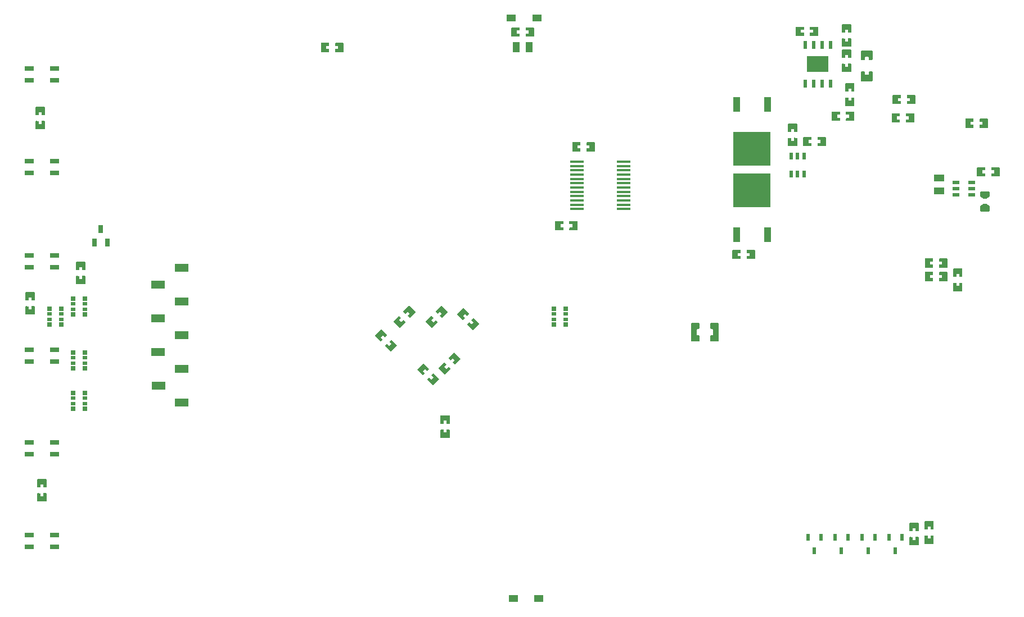
<source format=gbp>
G04 Layer: BottomPasteMaskLayer*
G04 EasyEDA Pro v2.2.40.8, 2025-09-21 19:38:57*
G04 Gerber Generator version 0.3*
G04 Scale: 100 percent, Rotated: No, Reflected: No*
G04 Dimensions in millimeters*
G04 Leading zeros omitted, absolute positions, 4 integers and 5 decimals*
G04 Generated by one-click*
%FSLAX45Y45*%
%MOMM*%
%ADD10O,2.08201X0.36401*%
%ADD11R,1.07201X0.532*%
%ADD12R,0.6X1.2*%
%ADD13R,3.29999X2.4*%
%ADD14R,1.55001X1.0*%
%ADD15R,0.6X1.1*%
%ADD16R,0.6X1.07*%
%ADD17R,5.5569X5.20431*%
%ADD18R,5.55361X5.20431*%
%ADD19R,1.06401X2.21831*%
%ADD20R,0.7X1.25001*%
%ADD21R,0.8X0.65001*%
%ADD22R,0.8X0.5*%
%ADD23R,1.443X0.7*%
%ADD24R,2.0X1.2*%
%ADD25R,1.0X1.55001*%
%ADD26R,1.443X1.1*%
G75*


G04 PolygonModel Start*
G36*
G01X6568303Y5729204D02*
G01X6568303Y5857202D01*
G01X6563302Y5862203D01*
G01X6448301Y5862203D01*
G01X6443302Y5857202D01*
G01X6442799Y5816199D01*
G01X6487800Y5816199D01*
G01X6487800Y5771200D01*
G01X6443800Y5771200D01*
G01X6443302Y5729204D01*
G01X6448301Y5724202D01*
G01X6563302Y5724202D01*
G01X6568303Y5729204D01*
G37*
G36*
G01X6353302Y5729204D02*
G01X6353299Y5771200D01*
G01X6308801Y5771200D01*
G01X6308801Y5816199D01*
G01X6352799Y5816199D01*
G01X6353302Y5857202D01*
G01X6348301Y5862203D01*
G01X6233302Y5862203D01*
G01X6228301Y5857202D01*
G01X6228301Y5729204D01*
G01X6233302Y5724202D01*
G01X6348301Y5724202D01*
G01X6353302Y5729204D01*
G37*
G36*
G01X6487297Y7046996D02*
G01X6487297Y6918998D01*
G01X6492298Y6913997D01*
G01X6607299Y6913997D01*
G01X6612298Y6918998D01*
G01X6612801Y6960001D01*
G01X6567800Y6960001D01*
G01X6567800Y7005000D01*
G01X6611800Y7005000D01*
G01X6612298Y7046996D01*
G01X6607299Y7051998D01*
G01X6492298Y7051998D01*
G01X6487297Y7046996D01*
G37*
G36*
G01X6702298Y7046996D02*
G01X6702301Y7005000D01*
G01X6746799Y7005000D01*
G01X6746799Y6960001D01*
G01X6702801Y6960001D01*
G01X6702298Y6918998D01*
G01X6707299Y6913997D01*
G01X6822298Y6913997D01*
G01X6827299Y6918998D01*
G01X6827299Y7046996D01*
G01X6822298Y7051998D01*
G01X6707299Y7051998D01*
G01X6702298Y7046996D01*
G37*
G36*
G01X3610940Y4227426D02*
G01X3519029Y4138343D01*
G01X3518918Y4131271D01*
G01X3598956Y4048692D01*
G01X3606026Y4048584D01*
G01X3635819Y4076760D01*
G01X3604500Y4109074D01*
G01X3636812Y4140391D01*
G01X3667435Y4108796D01*
G01X3697938Y4137667D01*
G01X3698050Y4144737D01*
G01X3618012Y4227316D01*
G01X3610940Y4227426D01*
G37*
G36*
G01X3760575Y4073041D02*
G01X3730420Y4043811D01*
G01X3761390Y4011858D01*
G01X3729078Y3980540D01*
G01X3698456Y4012134D01*
G01X3668663Y3983958D01*
G01X3668553Y3976886D01*
G01X3748589Y3894309D01*
G01X3755661Y3894198D01*
G01X3847572Y3983281D01*
G01X3847683Y3990353D01*
G01X3767647Y4072930D01*
G01X3760575Y4073041D01*
G37*
G36*
G01X4124680Y4494204D02*
G01X4034172Y4584713D01*
G01X4027099Y4584713D01*
G01X3945781Y4503395D01*
G01X3945783Y4496324D01*
G01X3974421Y4466974D01*
G01X4006242Y4498795D01*
G01X4038060Y4466976D01*
G01X4006947Y4435863D01*
G01X4036291Y4405815D01*
G01X4043362Y4405814D01*
G01X4124680Y4487132D01*
G01X4124680Y4494204D01*
G37*
G36*
G01X3972652Y4342176D02*
G01X3942954Y4371870D01*
G01X3911489Y4340405D01*
G01X3879670Y4372224D01*
G01X3910781Y4403335D01*
G01X3882143Y4432684D01*
G01X3875071Y4432684D01*
G01X3793754Y4351368D01*
G01X3793754Y4344295D01*
G01X3884263Y4253787D01*
G01X3891336Y4253787D01*
G01X3972652Y4335103D01*
G01X3972652Y4342176D01*
G37*
G36*
G01X4995854Y4219220D02*
G01X5086363Y4309728D01*
G01X5086363Y4316801D01*
G01X5005045Y4398119D01*
G01X4997974Y4398117D01*
G01X4968624Y4369479D01*
G01X5000445Y4337658D01*
G01X4968626Y4305840D01*
G01X4937513Y4336953D01*
G01X4907465Y4307609D01*
G01X4907464Y4300538D01*
G01X4988782Y4219220D01*
G01X4995854Y4219220D01*
G37*
G36*
G01X4843826Y4371248D02*
G01X4873520Y4400946D01*
G01X4842055Y4432411D01*
G01X4873874Y4464230D01*
G01X4904985Y4433119D01*
G01X4934334Y4461757D01*
G01X4934334Y4468829D01*
G01X4853018Y4550146D01*
G01X4845945Y4550146D01*
G01X4755437Y4459637D01*
G01X4755437Y4452564D01*
G01X4836753Y4371248D01*
G01X4843826Y4371248D01*
G37*
G36*
G01X4243396Y3718280D02*
G01X4152887Y3627772D01*
G01X4152887Y3620699D01*
G01X4234205Y3539381D01*
G01X4241276Y3539383D01*
G01X4270626Y3568021D01*
G01X4238805Y3599842D01*
G01X4270624Y3631660D01*
G01X4301737Y3600547D01*
G01X4331785Y3629891D01*
G01X4331786Y3636962D01*
G01X4250468Y3718280D01*
G01X4243396Y3718280D01*
G37*
G36*
G01X4395424Y3566252D02*
G01X4365730Y3536554D01*
G01X4397195Y3505089D01*
G01X4365376Y3473270D01*
G01X4334265Y3504381D01*
G01X4304916Y3475743D01*
G01X4304916Y3468671D01*
G01X4386232Y3387354D01*
G01X4393305Y3387354D01*
G01X4483813Y3477863D01*
G01X4483813Y3484936D01*
G01X4402497Y3566252D01*
G01X4395424Y3566252D01*
G37*
G36*
G01X12722024Y6195499D02*
G01X12677963Y6195499D01*
G01X12631148Y6234006D01*
G01X12631148Y6302753D01*
G01X12641148Y6312753D01*
G01X12758844Y6312753D01*
G01X12768844Y6302753D01*
G01X12768844Y6234006D01*
G01X12722024Y6195499D01*
G37*
G36*
G01X12722024Y6123501D02*
G01X12677963Y6123501D01*
G01X12631148Y6084994D01*
G01X12631148Y6016247D01*
G01X12641148Y6006247D01*
G01X12758844Y6006247D01*
G01X12768844Y6016247D01*
G01X12768844Y6084994D01*
G01X12722024Y6123501D01*
G37*
G36*
G01X10681200Y8831402D02*
G01X10553202Y8831402D01*
G01X10548201Y8826401D01*
G01X10548201Y8711400D01*
G01X10553202Y8706401D01*
G01X10594205Y8705898D01*
G01X10594205Y8750899D01*
G01X10639204Y8750899D01*
G01X10639204Y8706899D01*
G01X10681200Y8706401D01*
G01X10686202Y8711400D01*
G01X10686202Y8826401D01*
G01X10681200Y8831402D01*
G37*
G36*
G01X10681200Y8616401D02*
G01X10639204Y8616399D01*
G01X10639204Y8571901D01*
G01X10594205Y8571901D01*
G01X10594205Y8615898D01*
G01X10553202Y8616401D01*
G01X10548201Y8611400D01*
G01X10548201Y8496402D01*
G01X10553202Y8491400D01*
G01X10681200Y8491400D01*
G01X10686202Y8496402D01*
G01X10686202Y8611400D01*
G01X10681200Y8616401D01*
G37*
G36*
G01X10190302Y8660900D02*
G01X10190302Y8788898D01*
G01X10185301Y8793899D01*
G01X10070300Y8793899D01*
G01X10065301Y8788898D01*
G01X10064798Y8747895D01*
G01X10109799Y8747895D01*
G01X10109799Y8702896D01*
G01X10065799Y8702896D01*
G01X10065301Y8660900D01*
G01X10070300Y8655898D01*
G01X10185301Y8655898D01*
G01X10190302Y8660900D01*
G37*
G36*
G01X9975301Y8660900D02*
G01X9975299Y8702896D01*
G01X9930801Y8702896D01*
G01X9930801Y8747895D01*
G01X9974798Y8747895D01*
G01X9975301Y8788898D01*
G01X9970300Y8793899D01*
G01X9855302Y8793899D01*
G01X9850300Y8788898D01*
G01X9850300Y8660900D01*
G01X9855302Y8655898D01*
G01X9970300Y8655898D01*
G01X9975301Y8660900D01*
G37*
G36*
G01X11795897Y5294396D02*
G01X11795897Y5166398D01*
G01X11800898Y5161397D01*
G01X11915899Y5161397D01*
G01X11920898Y5166398D01*
G01X11921401Y5207401D01*
G01X11876400Y5207401D01*
G01X11876400Y5252400D01*
G01X11920400Y5252400D01*
G01X11920898Y5294396D01*
G01X11915899Y5299398D01*
G01X11800898Y5299398D01*
G01X11795897Y5294396D01*
G37*
G36*
G01X12010898Y5294396D02*
G01X12010901Y5252400D01*
G01X12055399Y5252400D01*
G01X12055399Y5207401D01*
G01X12011401Y5207401D01*
G01X12010898Y5166398D01*
G01X12015899Y5161397D01*
G01X12130898Y5161397D01*
G01X12135899Y5166398D01*
G01X12135899Y5294396D01*
G01X12130898Y5299398D01*
G01X12015899Y5299398D01*
G01X12010898Y5294396D01*
G37*
G36*
G01X4636000Y2932252D02*
G01X4508002Y2932252D01*
G01X4503001Y2927251D01*
G01X4503001Y2812250D01*
G01X4508002Y2807251D01*
G01X4549005Y2806748D01*
G01X4549005Y2851749D01*
G01X4594004Y2851749D01*
G01X4594004Y2807749D01*
G01X4636000Y2807251D01*
G01X4641002Y2812250D01*
G01X4641002Y2927251D01*
G01X4636000Y2932252D01*
G37*
G36*
G01X4636000Y2717251D02*
G01X4594004Y2717249D01*
G01X4594004Y2672751D01*
G01X4549005Y2672751D01*
G01X4549005Y2716748D01*
G01X4508002Y2717251D01*
G01X4503001Y2712250D01*
G01X4503001Y2597252D01*
G01X4508002Y2592250D01*
G01X4636000Y2592250D01*
G01X4641002Y2597252D01*
G01X4641002Y2712250D01*
G01X4636000Y2717251D01*
G37*
G36*
G01X12355596Y5145903D02*
G01X12227598Y5145903D01*
G01X12222597Y5140902D01*
G01X12222597Y5025901D01*
G01X12227598Y5020902D01*
G01X12268601Y5020399D01*
G01X12268601Y5065400D01*
G01X12313600Y5065400D01*
G01X12313600Y5021400D01*
G01X12355596Y5020902D01*
G01X12360598Y5025901D01*
G01X12360598Y5140902D01*
G01X12355596Y5145903D01*
G37*
G36*
G01X12355596Y4930902D02*
G01X12313600Y4930899D01*
G01X12313600Y4886401D01*
G01X12268601Y4886401D01*
G01X12268601Y4930399D01*
G01X12227598Y4930902D01*
G01X12222597Y4925901D01*
G01X12222597Y4810902D01*
G01X12227598Y4805901D01*
G01X12355596Y4805901D01*
G01X12360598Y4810902D01*
G01X12360598Y4925901D01*
G01X12355596Y4930902D01*
G37*
G36*
G01X4473220Y3640146D02*
G01X4563728Y3549637D01*
G01X4570801Y3549637D01*
G01X4652119Y3630955D01*
G01X4652117Y3638026D01*
G01X4623479Y3667376D01*
G01X4591658Y3635555D01*
G01X4559840Y3667374D01*
G01X4590953Y3698487D01*
G01X4561609Y3728535D01*
G01X4554538Y3728536D01*
G01X4473220Y3647218D01*
G01X4473220Y3640146D01*
G37*
G36*
G01X4625248Y3792174D02*
G01X4654946Y3762480D01*
G01X4686411Y3793945D01*
G01X4718230Y3762126D01*
G01X4687119Y3731015D01*
G01X4715757Y3701666D01*
G01X4722829Y3701666D01*
G01X4804146Y3782982D01*
G01X4804146Y3790055D01*
G01X4713637Y3880563D01*
G01X4706564Y3880563D01*
G01X4625248Y3799247D01*
G01X4625248Y3792174D01*
G37*
G36*
G01X12920802Y6540000D02*
G01X12920802Y6667998D01*
G01X12915801Y6672999D01*
G01X12800800Y6672999D01*
G01X12795801Y6667998D01*
G01X12795298Y6626995D01*
G01X12840299Y6626995D01*
G01X12840299Y6581996D01*
G01X12796299Y6581996D01*
G01X12795801Y6540000D01*
G01X12800800Y6534998D01*
G01X12915801Y6534998D01*
G01X12920802Y6540000D01*
G37*
G36*
G01X12705801Y6540000D02*
G01X12705799Y6581996D01*
G01X12661301Y6581996D01*
G01X12661301Y6626995D01*
G01X12705298Y6626995D01*
G01X12705801Y6667998D01*
G01X12700800Y6672999D01*
G01X12585802Y6672999D01*
G01X12580800Y6667998D01*
G01X12580800Y6540000D01*
G01X12585802Y6534998D01*
G01X12700800Y6534998D01*
G01X12705801Y6540000D01*
G37*
G36*
G01X11795897Y5091196D02*
G01X11795897Y4963198D01*
G01X11800898Y4958197D01*
G01X11915899Y4958197D01*
G01X11920898Y4963198D01*
G01X11921401Y5004201D01*
G01X11876400Y5004201D01*
G01X11876400Y5049200D01*
G01X11920400Y5049200D01*
G01X11920898Y5091196D01*
G01X11915899Y5096198D01*
G01X11800898Y5096198D01*
G01X11795897Y5091196D01*
G37*
G36*
G01X12010898Y5091196D02*
G01X12010901Y5049200D01*
G01X12055399Y5049200D01*
G01X12055399Y5004201D01*
G01X12011401Y5004201D01*
G01X12010898Y4963198D01*
G01X12015899Y4958197D01*
G01X12130898Y4958197D01*
G01X12135899Y4963198D01*
G01X12135899Y5091196D01*
G01X12130898Y5096198D01*
G01X12015899Y5096198D01*
G01X12010898Y5091196D01*
G37*
G36*
G01X10729996Y7939903D02*
G01X10601998Y7939903D01*
G01X10596997Y7934902D01*
G01X10596997Y7819901D01*
G01X10601998Y7814902D01*
G01X10643001Y7814399D01*
G01X10643001Y7859400D01*
G01X10688000Y7859400D01*
G01X10688000Y7815400D01*
G01X10729996Y7814902D01*
G01X10734998Y7819901D01*
G01X10734998Y7934902D01*
G01X10729996Y7939903D01*
G37*
G36*
G01X10729996Y7724902D02*
G01X10688000Y7724899D01*
G01X10688000Y7680401D01*
G01X10643001Y7680401D01*
G01X10643001Y7724399D01*
G01X10601998Y7724902D01*
G01X10596997Y7719901D01*
G01X10596997Y7604902D01*
G01X10601998Y7599901D01*
G01X10729996Y7599901D01*
G01X10734998Y7604902D01*
G01X10734998Y7719901D01*
G01X10729996Y7724902D01*
G37*
G36*
G01X10998401Y8119199D02*
G01X10961375Y8119199D01*
G01X10951375Y8109199D01*
G01X10951375Y8078709D01*
G01X10941375Y8068709D01*
G01X10902625Y8068709D01*
G01X10892625Y8078709D01*
G01X10892625Y8109199D01*
G01X10882625Y8119199D01*
G01X10845599Y8119199D01*
G01X10835599Y8109199D01*
G01X10835599Y7980700D01*
G01X10845599Y7970700D01*
G01X10998401Y7970700D01*
G01X11008401Y7980700D01*
G01X11008401Y8109199D01*
G01X10998401Y8119199D01*
G37*
G36*
G01X10998401Y8289201D02*
G01X10961375Y8289201D01*
G01X10951375Y8299201D01*
G01X10951375Y8329691D01*
G01X10941375Y8339691D01*
G01X10902625Y8339691D01*
G01X10892625Y8329691D01*
G01X10892625Y8299201D01*
G01X10882625Y8289201D01*
G01X10845599Y8289201D01*
G01X10835599Y8299201D01*
G01X10835599Y8427700D01*
G01X10845599Y8437700D01*
G01X10998401Y8437700D01*
G01X11008401Y8427700D01*
G01X11008401Y8299201D01*
G01X10998401Y8289201D01*
G37*
G36*
G01X11635603Y7354804D02*
G01X11635603Y7482802D01*
G01X11630602Y7487803D01*
G01X11515601Y7487803D01*
G01X11510602Y7482802D01*
G01X11510099Y7441799D01*
G01X11555100Y7441799D01*
G01X11555100Y7396800D01*
G01X11511100Y7396800D01*
G01X11510602Y7354804D01*
G01X11515601Y7349802D01*
G01X11630602Y7349802D01*
G01X11635603Y7354804D01*
G37*
G36*
G01X11420602Y7354804D02*
G01X11420599Y7396800D01*
G01X11376101Y7396800D01*
G01X11376101Y7441799D01*
G01X11420099Y7441799D01*
G01X11420602Y7482802D01*
G01X11415601Y7487803D01*
G01X11300602Y7487803D01*
G01X11295601Y7482802D01*
G01X11295601Y7354804D01*
G01X11300602Y7349802D01*
G01X11415601Y7349802D01*
G01X11420602Y7354804D01*
G37*
G36*
G01X10733903Y7380204D02*
G01X10733903Y7508202D01*
G01X10728902Y7513203D01*
G01X10613901Y7513203D01*
G01X10608902Y7508202D01*
G01X10608399Y7467199D01*
G01X10653400Y7467199D01*
G01X10653400Y7422200D01*
G01X10609400Y7422200D01*
G01X10608902Y7380204D01*
G01X10613901Y7375202D01*
G01X10728902Y7375202D01*
G01X10733903Y7380204D01*
G37*
G36*
G01X10518902Y7380204D02*
G01X10518899Y7422200D01*
G01X10474401Y7422200D01*
G01X10474401Y7467199D01*
G01X10518399Y7467199D01*
G01X10518902Y7508202D01*
G01X10513901Y7513203D01*
G01X10398902Y7513203D01*
G01X10393901Y7508202D01*
G01X10393901Y7380204D01*
G01X10398902Y7375202D01*
G01X10513901Y7375202D01*
G01X10518902Y7380204D01*
G37*
G36*
G01X10304602Y6997200D02*
G01X10304602Y7125198D01*
G01X10299601Y7130199D01*
G01X10184600Y7130199D01*
G01X10179601Y7125198D01*
G01X10179098Y7084195D01*
G01X10224099Y7084195D01*
G01X10224099Y7039196D01*
G01X10180099Y7039196D01*
G01X10179601Y6997200D01*
G01X10184600Y6992198D01*
G01X10299601Y6992198D01*
G01X10304602Y6997200D01*
G37*
G36*
G01X10089601Y6997200D02*
G01X10089599Y7039196D01*
G01X10045101Y7039196D01*
G01X10045101Y7084195D01*
G01X10089098Y7084195D01*
G01X10089601Y7125198D01*
G01X10084600Y7130199D01*
G01X9969602Y7130199D01*
G01X9964600Y7125198D01*
G01X9964600Y6997200D01*
G01X9969602Y6992198D01*
G01X10084600Y6992198D01*
G01X10089601Y6997200D01*
G37*
G36*
G01X8897798Y5423400D02*
G01X8897798Y5295402D01*
G01X8902799Y5290401D01*
G01X9017800Y5290401D01*
G01X9022799Y5295402D01*
G01X9023302Y5336405D01*
G01X8978301Y5336405D01*
G01X8978301Y5381404D01*
G01X9022301Y5381404D01*
G01X9022799Y5423400D01*
G01X9017800Y5428402D01*
G01X8902799Y5428402D01*
G01X8897798Y5423400D01*
G37*
G36*
G01X9112799Y5423400D02*
G01X9112801Y5381404D01*
G01X9157299Y5381404D01*
G01X9157299Y5336405D01*
G01X9113302Y5336405D01*
G01X9112799Y5295402D01*
G01X9117800Y5290401D01*
G01X9232798Y5290401D01*
G01X9237800Y5295402D01*
G01X9237800Y5423400D01*
G01X9232798Y5428402D01*
G01X9117800Y5428402D01*
G01X9112799Y5423400D01*
G37*
G36*
G01X11569200Y972998D02*
G01X11697198Y972998D01*
G01X11702199Y977999D01*
G01X11702199Y1093000D01*
G01X11697198Y1097999D01*
G01X11656195Y1098502D01*
G01X11656195Y1053501D01*
G01X11611196Y1053501D01*
G01X11611196Y1097501D01*
G01X11569200Y1097999D01*
G01X11564198Y1093000D01*
G01X11564198Y977999D01*
G01X11569200Y972998D01*
G37*
G36*
G01X11569200Y1187999D02*
G01X11611196Y1188001D01*
G01X11611196Y1232499D01*
G01X11656195Y1232499D01*
G01X11656195Y1188502D01*
G01X11697198Y1187999D01*
G01X11702199Y1193000D01*
G01X11702199Y1307998D01*
G01X11697198Y1313000D01*
G01X11569200Y1313000D01*
G01X11564198Y1307998D01*
G01X11564198Y1193000D01*
G01X11569200Y1187999D01*
G37*
G36*
G01X11923796Y1335903D02*
G01X11795798Y1335903D01*
G01X11790797Y1330902D01*
G01X11790797Y1215901D01*
G01X11795798Y1210902D01*
G01X11836801Y1210399D01*
G01X11836801Y1255400D01*
G01X11881800Y1255400D01*
G01X11881800Y1211400D01*
G01X11923796Y1210902D01*
G01X11928798Y1215901D01*
G01X11928798Y1330902D01*
G01X11923796Y1335903D01*
G37*
G36*
G01X11923796Y1120902D02*
G01X11881800Y1120899D01*
G01X11881800Y1076401D01*
G01X11836801Y1076401D01*
G01X11836801Y1120399D01*
G01X11795798Y1120902D01*
G01X11790797Y1115901D01*
G01X11790797Y1000902D01*
G01X11795798Y995901D01*
G01X11923796Y995901D01*
G01X11928798Y1000902D01*
G01X11928798Y1115901D01*
G01X11923796Y1120902D01*
G37*
G36*
G01X11310798Y7760200D02*
G01X11310798Y7632202D01*
G01X11315799Y7627201D01*
G01X11430800Y7627201D01*
G01X11435799Y7632202D01*
G01X11436302Y7673205D01*
G01X11391301Y7673205D01*
G01X11391301Y7718204D01*
G01X11435301Y7718204D01*
G01X11435799Y7760200D01*
G01X11430800Y7765202D01*
G01X11315799Y7765202D01*
G01X11310798Y7760200D01*
G37*
G36*
G01X11525799Y7760200D02*
G01X11525801Y7718204D01*
G01X11570299Y7718204D01*
G01X11570299Y7673205D01*
G01X11526302Y7673205D01*
G01X11525799Y7632202D01*
G01X11530800Y7627201D01*
G01X11645798Y7627201D01*
G01X11650800Y7632202D01*
G01X11650800Y7760200D01*
G01X11645798Y7765202D01*
G01X11530800Y7765202D01*
G01X11525799Y7760200D01*
G37*
G36*
G01X9868400Y7333298D02*
G01X9740402Y7333298D01*
G01X9735401Y7328296D01*
G01X9735401Y7213295D01*
G01X9740402Y7208296D01*
G01X9781405Y7207794D01*
G01X9781405Y7252795D01*
G01X9826404Y7252795D01*
G01X9826404Y7208794D01*
G01X9868400Y7208296D01*
G01X9873402Y7213295D01*
G01X9873402Y7328296D01*
G01X9868400Y7333298D01*
G37*
G36*
G01X9740400Y6992303D02*
G01X9868398Y6992303D01*
G01X9873399Y6997304D01*
G01X9873399Y7112305D01*
G01X9868398Y7117304D01*
G01X9827395Y7117806D01*
G01X9827395Y7072805D01*
G01X9782396Y7072805D01*
G01X9782396Y7116806D01*
G01X9740400Y7117304D01*
G01X9735398Y7112305D01*
G01X9735398Y6997304D01*
G01X9740400Y6992303D01*
G37*
G36*
G01X10553200Y8110398D02*
G01X10681198Y8110398D01*
G01X10686199Y8115399D01*
G01X10686199Y8230400D01*
G01X10681198Y8235399D01*
G01X10640195Y8235902D01*
G01X10640195Y8190901D01*
G01X10595196Y8190901D01*
G01X10595196Y8234901D01*
G01X10553200Y8235399D01*
G01X10548198Y8230400D01*
G01X10548198Y8115399D01*
G01X10553200Y8110398D01*
G37*
G36*
G01X10553200Y8325399D02*
G01X10595196Y8325401D01*
G01X10595196Y8369899D01*
G01X10640195Y8369899D01*
G01X10640195Y8325902D01*
G01X10681198Y8325399D01*
G01X10686199Y8330400D01*
G01X10686199Y8445398D01*
G01X10681198Y8450400D01*
G01X10553200Y8450400D01*
G01X10548198Y8445398D01*
G01X10548198Y8330400D01*
G01X10553200Y8325399D01*
G37*
G36*
G01X12405497Y7402596D02*
G01X12405497Y7274598D01*
G01X12410498Y7269597D01*
G01X12525499Y7269597D01*
G01X12530498Y7274598D01*
G01X12531001Y7315601D01*
G01X12486000Y7315601D01*
G01X12486000Y7360600D01*
G01X12530000Y7360600D01*
G01X12530498Y7402596D01*
G01X12525499Y7407598D01*
G01X12410498Y7407598D01*
G01X12405497Y7402596D01*
G37*
G36*
G01X12620498Y7402596D02*
G01X12620501Y7360600D01*
G01X12664999Y7360600D01*
G01X12664999Y7315601D01*
G01X12621001Y7315601D01*
G01X12620498Y7274598D01*
G01X12625499Y7269597D01*
G01X12740498Y7269597D01*
G01X12745499Y7274598D01*
G01X12745499Y7402596D01*
G01X12740498Y7407598D01*
G01X12625499Y7407598D01*
G01X12620498Y7402596D01*
G37*
G36*
G01X2702697Y8545596D02*
G01X2702697Y8417598D01*
G01X2707698Y8412597D01*
G01X2822699Y8412597D01*
G01X2827698Y8417598D01*
G01X2828201Y8458601D01*
G01X2783200Y8458601D01*
G01X2783200Y8503600D01*
G01X2827200Y8503600D01*
G01X2827698Y8545596D01*
G01X2822699Y8550598D01*
G01X2707698Y8550598D01*
G01X2702697Y8545596D01*
G37*
G36*
G01X2917698Y8545596D02*
G01X2917701Y8503600D01*
G01X2962199Y8503600D01*
G01X2962199Y8458601D01*
G01X2918201Y8458601D01*
G01X2917698Y8417598D01*
G01X2922699Y8412597D01*
G01X3037698Y8412597D01*
G01X3042699Y8417598D01*
G01X3042699Y8545596D01*
G01X3037698Y8550598D01*
G01X2922699Y8550598D01*
G01X2917698Y8545596D01*
G37*
G36*
G01X-1588000Y7246798D02*
G01X-1460002Y7246798D01*
G01X-1455001Y7251799D01*
G01X-1455001Y7366800D01*
G01X-1460002Y7371799D01*
G01X-1501005Y7372302D01*
G01X-1501005Y7327301D01*
G01X-1546004Y7327301D01*
G01X-1546004Y7371301D01*
G01X-1588000Y7371799D01*
G01X-1593002Y7366800D01*
G01X-1593002Y7251799D01*
G01X-1588000Y7246798D01*
G37*
G36*
G01X-1588000Y7461799D02*
G01X-1546004Y7461801D01*
G01X-1546004Y7506299D01*
G01X-1501005Y7506299D01*
G01X-1501005Y7462302D01*
G01X-1460002Y7461799D01*
G01X-1455001Y7466800D01*
G01X-1455001Y7581798D01*
G01X-1460002Y7586800D01*
G01X-1588000Y7586800D01*
G01X-1593002Y7581798D01*
G01X-1593002Y7466800D01*
G01X-1588000Y7461799D01*
G37*
G36*
G01X-1740400Y4452798D02*
G01X-1612402Y4452798D01*
G01X-1607401Y4457799D01*
G01X-1607401Y4572800D01*
G01X-1612402Y4577799D01*
G01X-1653405Y4578302D01*
G01X-1653405Y4533301D01*
G01X-1698404Y4533301D01*
G01X-1698404Y4577301D01*
G01X-1740400Y4577799D01*
G01X-1745402Y4572800D01*
G01X-1745402Y4457799D01*
G01X-1740400Y4452798D01*
G37*
G36*
G01X-1740400Y4667799D02*
G01X-1698404Y4667801D01*
G01X-1698404Y4712299D01*
G01X-1653405Y4712299D01*
G01X-1653405Y4668302D01*
G01X-1612402Y4667799D01*
G01X-1607401Y4672800D01*
G01X-1607401Y4787798D01*
G01X-1612402Y4792800D01*
G01X-1740400Y4792800D01*
G01X-1745402Y4787798D01*
G01X-1745402Y4672800D01*
G01X-1740400Y4667799D01*
G37*
G36*
G01X-1562600Y1633398D02*
G01X-1434602Y1633398D01*
G01X-1429601Y1638399D01*
G01X-1429601Y1753400D01*
G01X-1434602Y1758399D01*
G01X-1475605Y1758902D01*
G01X-1475605Y1713901D01*
G01X-1520604Y1713901D01*
G01X-1520604Y1757901D01*
G01X-1562600Y1758399D01*
G01X-1567602Y1753400D01*
G01X-1567602Y1638399D01*
G01X-1562600Y1633398D01*
G37*
G36*
G01X-1562600Y1848399D02*
G01X-1520604Y1848401D01*
G01X-1520604Y1892899D01*
G01X-1475605Y1892899D01*
G01X-1475605Y1848902D01*
G01X-1434602Y1848399D01*
G01X-1429601Y1853400D01*
G01X-1429601Y1968398D01*
G01X-1434602Y1973400D01*
G01X-1562600Y1973400D01*
G01X-1567602Y1968398D01*
G01X-1567602Y1853400D01*
G01X-1562600Y1848399D01*
G37*
G36*
G01X-978400Y4909998D02*
G01X-850402Y4909998D01*
G01X-845401Y4914999D01*
G01X-845401Y5030000D01*
G01X-850402Y5034999D01*
G01X-891405Y5035502D01*
G01X-891405Y4990501D01*
G01X-936404Y4990501D01*
G01X-936404Y5034501D01*
G01X-978400Y5034999D01*
G01X-983402Y5030000D01*
G01X-983402Y4914999D01*
G01X-978400Y4909998D01*
G37*
G36*
G01X-978400Y5124999D02*
G01X-936404Y5125001D01*
G01X-936404Y5169499D01*
G01X-891405Y5169499D01*
G01X-891405Y5125502D01*
G01X-850402Y5124999D01*
G01X-845401Y5130000D01*
G01X-845401Y5244998D01*
G01X-850402Y5250000D01*
G01X-978400Y5250000D01*
G01X-983402Y5244998D01*
G01X-983402Y5130000D01*
G01X-978400Y5124999D01*
G37*
G36*
G01X4279535Y4344645D02*
G01X4370044Y4254137D01*
G01X4377116Y4254137D01*
G01X4458434Y4335455D01*
G01X4458433Y4342526D01*
G01X4429795Y4371875D01*
G01X4397974Y4340055D01*
G01X4366155Y4371874D01*
G01X4397268Y4402987D01*
G01X4367924Y4433034D01*
G01X4360853Y4433036D01*
G01X4279535Y4351718D01*
G01X4279535Y4344645D01*
G37*
G36*
G01X4431564Y4496674D02*
G01X4461261Y4466980D01*
G01X4492726Y4498445D01*
G01X4524545Y4466626D01*
G01X4493434Y4435515D01*
G01X4522072Y4406166D01*
G01X4529145Y4406166D01*
G01X4610461Y4487482D01*
G01X4610461Y4494555D01*
G01X4519953Y4585063D01*
G01X4512880Y4585063D01*
G01X4431564Y4503747D01*
G01X4431564Y4496674D01*
G37*
G36*
G01X8563600Y4321401D02*
G01X8563600Y4248737D01*
G01X8573600Y4238737D01*
G01X8597207Y4238737D01*
G01X8607207Y4228737D01*
G01X8607207Y4153263D01*
G01X8597207Y4143263D01*
G01X8573600Y4143263D01*
G01X8563600Y4133263D01*
G01X8563600Y4060599D01*
G01X8573600Y4050599D01*
G01X8681852Y4050599D01*
G01X8691852Y4060599D01*
G01X8691852Y4321401D01*
G01X8681852Y4331401D01*
G01X8573600Y4331401D01*
G01X8563600Y4321401D01*
G37*
G36*
G01X8403600Y4321401D02*
G01X8403600Y4248737D01*
G01X8393600Y4238737D01*
G01X8369993Y4238737D01*
G01X8359993Y4228737D01*
G01X8359993Y4153263D01*
G01X8369993Y4143263D01*
G01X8393600Y4143263D01*
G01X8403600Y4133263D01*
G01X8403600Y4060599D01*
G01X8393600Y4050599D01*
G01X8285348Y4050599D01*
G01X8275348Y4060599D01*
G01X8275348Y4321401D01*
G01X8285348Y4331401D01*
G01X8393600Y4331401D01*
G01X8403600Y4321401D01*
G37*
G36*
G01X5910402Y8648200D02*
G01X5910402Y8776198D01*
G01X5905401Y8781199D01*
G01X5790400Y8781199D01*
G01X5785401Y8776198D01*
G01X5784898Y8735195D01*
G01X5829899Y8735195D01*
G01X5829899Y8690196D01*
G01X5785899Y8690196D01*
G01X5785401Y8648200D01*
G01X5790400Y8643198D01*
G01X5905401Y8643198D01*
G01X5910402Y8648200D01*
G37*
G36*
G01X5695401Y8648200D02*
G01X5695399Y8690196D01*
G01X5650901Y8690196D01*
G01X5650901Y8735195D01*
G01X5694898Y8735195D01*
G01X5695401Y8776198D01*
G01X5690400Y8781199D01*
G01X5575402Y8781199D01*
G01X5570400Y8776198D01*
G01X5570400Y8648200D01*
G01X5575402Y8643198D01*
G01X5690400Y8643198D01*
G01X5695401Y8648200D01*
G37*

G04 Pad Start*
G54D10*
G01X7257898Y6758305D03*
G01X7257898Y6693306D03*
G01X7257898Y6628308D03*
G01X7257898Y6563309D03*
G01X7257898Y6498311D03*
G01X7257898Y6433287D03*
G01X7257898Y6368288D03*
G01X7257898Y6303289D03*
G01X7257898Y6238291D03*
G01X7257898Y6173292D03*
G01X7257898Y6108294D03*
G01X7257898Y6043295D03*
G01X6559702Y6758305D03*
G01X6559702Y6693306D03*
G01X6559702Y6628308D03*
G01X6559702Y6563309D03*
G01X6559702Y6498311D03*
G01X6559702Y6433287D03*
G01X6559702Y6368288D03*
G01X6559702Y6303289D03*
G01X6559702Y6238291D03*
G01X6559702Y6173292D03*
G01X6559702Y6108294D03*
G01X6559702Y6043295D03*
G54D11*
G01X12497410Y6444996D03*
G01X12497410Y6350000D03*
G01X12497410Y6255004D03*
G01X12267590Y6255004D03*
G01X12267590Y6350000D03*
G01X12267590Y6444996D03*
G54D12*
G01X9994900Y8520430D03*
G01X10121900Y8520430D03*
G01X10248900Y8520430D03*
G01X10375900Y8520430D03*
G01X10375900Y7938770D03*
G01X10248900Y7938770D03*
G01X10121900Y7938770D03*
G01X9994900Y7938770D03*
G54D13*
G01X10185400Y8229600D03*
G54D14*
G01X12014200Y6313500D03*
G01X12014200Y6513500D03*
G54D15*
G01X9785604Y6570599D03*
G01X9880600Y6570599D03*
G01X9975596Y6570599D03*
G01X9975596Y6840601D03*
G01X9880600Y6840601D03*
G01X9785604Y6840601D03*
G54D16*
G01X11353800Y887095D03*
G01X11448796Y1094105D03*
G01X11258804Y1094105D03*
G01X10947400Y887095D03*
G01X11042396Y1094105D03*
G01X10852404Y1094105D03*
G01X10541000Y887095D03*
G01X10635996Y1094105D03*
G01X10446004Y1094105D03*
G01X10134600Y887095D03*
G01X10229596Y1094105D03*
G01X10039604Y1094105D03*
G54D18*
G01X9194800Y6329261D03*
G54D19*
G01X8964803Y5659539D03*
G01X9424797Y5659539D03*
G54D18*
G01X9194800Y6954939D03*
G54D19*
G01X9424797Y7624661D03*
G01X8964803Y7624661D03*
G54D20*
G01X-514604Y5538800D03*
G01X-704596Y5538800D03*
G01X-609600Y5738800D03*
G54D21*
G01X-1385405Y4299610D03*
G01X-1205395Y4299610D03*
G54D22*
G01X-1385405Y4379595D03*
G01X-1205395Y4379595D03*
G01X-1385405Y4459605D03*
G01X-1205395Y4459605D03*
G54D21*
G01X-1385405Y4539590D03*
G01X-1205395Y4539590D03*
G01X-849795Y3269590D03*
G01X-1029805Y3269590D03*
G54D22*
G01X-849795Y3189605D03*
G01X-1029805Y3189605D03*
G01X-849795Y3109595D03*
G01X-1029805Y3109595D03*
G54D21*
G01X-849795Y3029610D03*
G01X-1029805Y3029610D03*
G01X-849795Y3879190D03*
G01X-1029805Y3879190D03*
G54D22*
G01X-849795Y3799205D03*
G01X-1029805Y3799205D03*
G01X-849795Y3719195D03*
G01X-1029805Y3719195D03*
G54D21*
G01X-849795Y3639210D03*
G01X-1029805Y3639210D03*
G01X-1029805Y4452010D03*
G01X-849795Y4452010D03*
G54D22*
G01X-1029805Y4531995D03*
G01X-849795Y4531995D03*
G01X-1029805Y4612005D03*
G01X-849795Y4612005D03*
G54D21*
G01X-1029805Y4691990D03*
G01X-849795Y4691990D03*
G01X6389205Y4539590D03*
G01X6209195Y4539590D03*
G54D22*
G01X6389205Y4459605D03*
G01X6209195Y4459605D03*
G01X6389205Y4379595D03*
G01X6209195Y4379595D03*
G54D21*
G01X6389205Y4299610D03*
G01X6209195Y4299610D03*
G54D23*
G01X-1689748Y8167205D03*
G01X-1689748Y7987195D03*
G01X-1307452Y8167205D03*
G01X-1307452Y7987195D03*
G01X-1689748Y6770205D03*
G01X-1689748Y6590195D03*
G01X-1307452Y6770205D03*
G01X-1307452Y6590195D03*
G01X-1689748Y5347805D03*
G01X-1689748Y5167795D03*
G01X-1307452Y5347805D03*
G01X-1307452Y5167795D03*
G01X-1689748Y3925405D03*
G01X-1689748Y3745395D03*
G01X-1307452Y3925405D03*
G01X-1307452Y3745395D03*
G01X-1689748Y2528405D03*
G01X-1689748Y2348395D03*
G01X-1307452Y2528405D03*
G01X-1307452Y2348395D03*
G01X-1689748Y1131405D03*
G01X-1689748Y951395D03*
G01X-1307452Y1131405D03*
G01X-1307452Y951395D03*
G54D24*
G01X609600Y3124200D03*
G01X256540Y3378200D03*
G01X609600Y3632200D03*
G01X254000Y3886200D03*
G01X609600Y4140200D03*
G01X254000Y4394200D03*
G01X254000Y4902200D03*
G01X609600Y4648200D03*
G01X609600Y5156200D03*
G54D25*
G01X5640400Y8483600D03*
G01X5840400Y8483600D03*
G54D26*
G01X5570651Y8925005D03*
G01X5952550Y8922904D03*
G01X5985800Y168100D03*
G01X5603900Y170200D03*
G04 Pad End*

M02*


</source>
